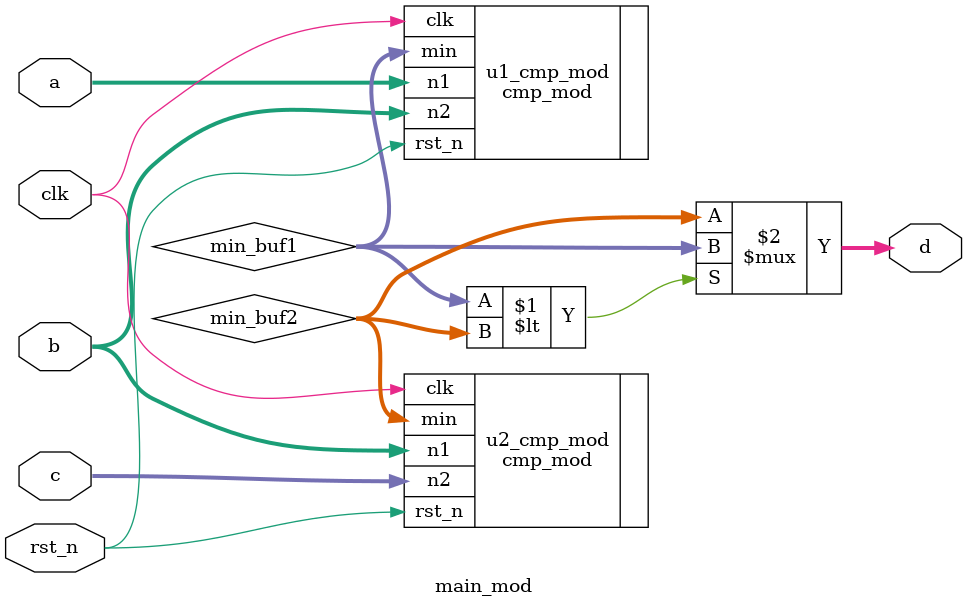
<source format=v>
`timescale 1ns/1ns
module main_mod(
	input clk,
	input rst_n,
	input [7:0]a,
	input [7:0]b,
	input [7:0]c,
	
	output [7:0]d
);
    wire [7:0]min_buf1;
    wire [7:0]min_buf2;
    cmp_mod u1_cmp_mod(
        .clk(clk),
        .rst_n(rst_n),
        .n1(a),
        .n2(b),
        .min(min_buf1)
    );
    cmp_mod u2_cmp_mod(
        .clk(clk),
        .rst_n(rst_n),
        .n1(b),
        .n2(c),
        .min(min_buf2)
    );
    assign d = (min_buf1<min_buf2)?min_buf1:min_buf2;

endmodule

</source>
